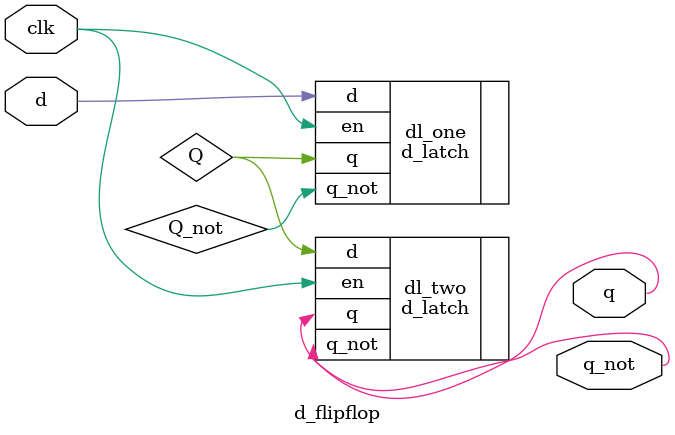
<source format=v>
`timescale 1ns / 1ps
module d_flipflop(
	input d,
	input clk,
	
	output q,
	output q_not
	);
	
	wire Q;
	wire Q_not;
	
	d_latch dl_one(
		.d(d),
		.en(clk),
		.q(Q),
		.q_not(Q_not)
	);
	
	d_latch dl_two(
		.d(Q),
		.en(clk),
		.q(q),
		.q_not(q_not)
	);
	
	
endmodule

</source>
